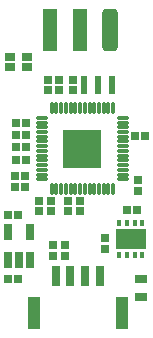
<source format=gts>
G04*
G04 #@! TF.GenerationSoftware,Altium Limited,Altium Designer,21.6.1 (37)*
G04*
G04 Layer_Color=8388736*
%FSLAX44Y44*%
%MOMM*%
G71*
G04*
G04 #@! TF.SameCoordinates,A3892E78-241B-427D-A5EC-4F0B57241F16*
G04*
G04*
G04 #@! TF.FilePolarity,Negative*
G04*
G01*
G75*
%ADD35R,0.6600X0.7000*%
%ADD36R,3.2000X3.2000*%
G04:AMPARAMS|DCode=37|XSize=0.94mm|YSize=0.3mm|CornerRadius=0.075mm|HoleSize=0mm|Usage=FLASHONLY|Rotation=180.000|XOffset=0mm|YOffset=0mm|HoleType=Round|Shape=RoundedRectangle|*
%AMROUNDEDRECTD37*
21,1,0.9400,0.1500,0,0,180.0*
21,1,0.7900,0.3000,0,0,180.0*
1,1,0.1500,-0.3950,0.0750*
1,1,0.1500,0.3950,0.0750*
1,1,0.1500,0.3950,-0.0750*
1,1,0.1500,-0.3950,-0.0750*
%
%ADD37ROUNDEDRECTD37*%
G04:AMPARAMS|DCode=38|XSize=0.3mm|YSize=0.94mm|CornerRadius=0.075mm|HoleSize=0mm|Usage=FLASHONLY|Rotation=180.000|XOffset=0mm|YOffset=0mm|HoleType=Round|Shape=RoundedRectangle|*
%AMROUNDEDRECTD38*
21,1,0.3000,0.7900,0,0,180.0*
21,1,0.1500,0.9400,0,0,180.0*
1,1,0.1500,-0.0750,0.3950*
1,1,0.1500,0.0750,0.3950*
1,1,0.1500,0.0750,-0.3950*
1,1,0.1500,-0.0750,-0.3950*
%
%ADD38ROUNDEDRECTD38*%
%ADD39R,0.6400X0.7000*%
%ADD40R,0.7000X0.6400*%
G04:AMPARAMS|DCode=41|XSize=1.3mm|YSize=3.6mm|CornerRadius=0.35mm|HoleSize=0mm|Usage=FLASHONLY|Rotation=180.000|XOffset=0mm|YOffset=0mm|HoleType=Round|Shape=RoundedRectangle|*
%AMROUNDEDRECTD41*
21,1,1.3000,2.9000,0,0,180.0*
21,1,0.6000,3.6000,0,0,180.0*
1,1,0.7000,-0.3000,1.4500*
1,1,0.7000,0.3000,1.4500*
1,1,0.7000,0.3000,-1.4500*
1,1,0.7000,-0.3000,-1.4500*
%
%ADD41ROUNDEDRECTD41*%
%ADD42R,1.3000X3.6000*%
%ADD43R,0.7000X0.6600*%
%ADD44R,2.5500X1.7500*%
%ADD45R,0.4000X0.6250*%
%ADD46R,0.9500X0.7500*%
%ADD47R,0.9500X0.6500*%
%ADD48R,0.6588X1.4208*%
%ADD49R,1.1000X2.8000*%
%ADD50R,0.7000X1.8000*%
%ADD51R,1.0000X0.8000*%
%ADD52R,0.5000X1.6000*%
D35*
X281650Y157000D02*
D03*
X290350D02*
D03*
X290350Y146000D02*
D03*
X290350Y167000D02*
D03*
X289350Y132000D02*
D03*
X280650D02*
D03*
X289350Y123000D02*
D03*
X280650D02*
D03*
X281650Y146000D02*
D03*
X281650Y167000D02*
D03*
D36*
X338000Y155350D02*
D03*
D37*
X303650Y129350D02*
D03*
Y133350D02*
D03*
Y137350D02*
D03*
Y141350D02*
D03*
Y145350D02*
D03*
Y149350D02*
D03*
Y153350D02*
D03*
Y157350D02*
D03*
Y161350D02*
D03*
Y165350D02*
D03*
Y169350D02*
D03*
Y173350D02*
D03*
Y177350D02*
D03*
Y181350D02*
D03*
X372350D02*
D03*
Y177350D02*
D03*
Y173350D02*
D03*
Y169350D02*
D03*
Y165350D02*
D03*
Y161350D02*
D03*
Y157350D02*
D03*
Y153350D02*
D03*
Y149350D02*
D03*
Y145350D02*
D03*
Y141350D02*
D03*
Y137350D02*
D03*
Y133350D02*
D03*
Y129350D02*
D03*
D38*
X364000Y121000D02*
D03*
X360000D02*
D03*
X356000D02*
D03*
X352000D02*
D03*
X348000D02*
D03*
X344000D02*
D03*
X340000D02*
D03*
X336000D02*
D03*
X332000D02*
D03*
X328000D02*
D03*
X324000D02*
D03*
X320000D02*
D03*
X316000D02*
D03*
X312000D02*
D03*
Y189700D02*
D03*
X316000D02*
D03*
X320000D02*
D03*
X324000D02*
D03*
X328000D02*
D03*
X332000D02*
D03*
X336000D02*
D03*
X340000D02*
D03*
X344000D02*
D03*
X348000D02*
D03*
X352000D02*
D03*
X356000D02*
D03*
X360000D02*
D03*
X364000D02*
D03*
D39*
X281680Y177000D02*
D03*
X290320D02*
D03*
X375680Y103000D02*
D03*
X384320D02*
D03*
X382680Y166000D02*
D03*
X391320D02*
D03*
X274680Y99000D02*
D03*
X283320D02*
D03*
X274680Y45000D02*
D03*
X283320D02*
D03*
D40*
X301000Y102680D02*
D03*
Y111320D02*
D03*
X326000D02*
D03*
Y102680D02*
D03*
X330000Y213320D02*
D03*
Y204680D02*
D03*
X357000Y70680D02*
D03*
Y79320D02*
D03*
X311000Y111320D02*
D03*
Y102680D02*
D03*
X385000Y128320D02*
D03*
Y119680D02*
D03*
X336000Y111320D02*
D03*
Y102680D02*
D03*
D41*
X361400Y256000D02*
D03*
D42*
X310600D02*
D03*
X336000D02*
D03*
D43*
X318000Y204650D02*
D03*
X309000D02*
D03*
X323000Y73350D02*
D03*
Y64650D02*
D03*
X313000D02*
D03*
Y73350D02*
D03*
X318000Y213350D02*
D03*
X309000D02*
D03*
D44*
X379000Y79000D02*
D03*
D45*
X369250Y92625D02*
D03*
X375750D02*
D03*
X382250D02*
D03*
X388750D02*
D03*
X369250Y65375D02*
D03*
X388750D02*
D03*
X375750D02*
D03*
X382250D02*
D03*
D46*
X276750Y224750D02*
D03*
X291250D02*
D03*
D47*
X276750Y233250D02*
D03*
X291250D02*
D03*
D48*
X274602Y84684D02*
D03*
X293398D02*
D03*
Y61316D02*
D03*
X284000D02*
D03*
X274602D02*
D03*
D49*
X371250Y15750D02*
D03*
X296750D02*
D03*
D50*
X352750Y47750D02*
D03*
X340250D02*
D03*
X315250D02*
D03*
X327750D02*
D03*
D51*
X388000Y44500D02*
D03*
Y29500D02*
D03*
D52*
X363000Y209000D02*
D03*
X351000D02*
D03*
X339000D02*
D03*
M02*

</source>
